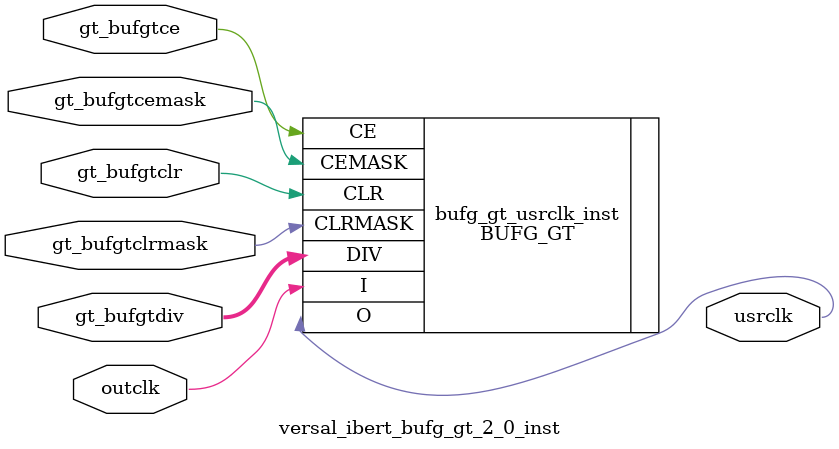
<source format=v>




`timescale 1ns / 1ps



module versal_ibert_bufg_gt_2_0_inst  (
    input outclk,
    input gt_bufgtce,
    input gt_bufgtcemask,
    input gt_bufgtclr,
    input gt_bufgtclrmask,
    input [2:0] gt_bufgtdiv,
    output usrclk
    );
     
      wire sync_ce;
      wire sync_clr;

      //BUFG_GT_SYNC sync_clr_ce (.CESYNC(sync_ce), .CLRSYNC(sync_clr), .CE(gt_bufgtce), .CLK(outclk), .CLR(gt_bufgtclr));
    //assign usrclk = outclk;
      BUFG_GT #(
        .SIM_DEVICE ("VERSAL_PREMIUM")
      ) bufg_gt_usrclk_inst (
        .CE      (gt_bufgtce),
        .CEMASK  (gt_bufgtcemask),
        .CLR     (gt_bufgtclr),
        .CLRMASK (gt_bufgtclrmask),
        .DIV     (gt_bufgtdiv),
        .I       (outclk),
        .O       (usrclk)
      );
endmodule
//------}

</source>
